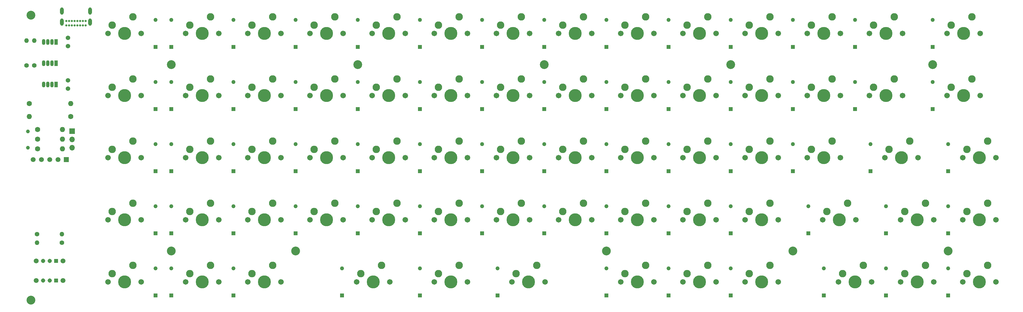
<source format=gbs>
%TF.GenerationSoftware,KiCad,Pcbnew,(6.0.2)*%
%TF.CreationDate,2022-07-07T00:18:28-06:00*%
%TF.ProjectId,Uniform,556e6966-6f72-46d2-9e6b-696361645f70,rev?*%
%TF.SameCoordinates,Original*%
%TF.FileFunction,Soldermask,Bot*%
%TF.FilePolarity,Negative*%
%FSLAX46Y46*%
G04 Gerber Fmt 4.6, Leading zero omitted, Abs format (unit mm)*
G04 Created by KiCad (PCBNEW (6.0.2)) date 2022-07-07 00:18:28*
%MOMM*%
%LPD*%
G01*
G04 APERTURE LIST*
%ADD10O,1.700000X1.700000*%
%ADD11R,1.700000X1.700000*%
%ADD12C,1.371600*%
%ADD13O,1.600000X1.600000*%
%ADD14C,1.600000*%
%ADD15C,1.150000*%
%ADD16C,1.508000*%
%ADD17R,1.508000X1.508000*%
%ADD18R,1.238000X1.238000*%
%ADD19C,1.238000*%
%ADD20C,2.286000*%
%ADD21C,3.987800*%
%ADD22C,1.701800*%
%ADD23O,1.400000X1.400000*%
%ADD24C,1.400000*%
%ADD25C,1.308000*%
%ADD26R,1.308000X1.308000*%
%ADD27C,1.500000*%
%ADD28C,2.700000*%
%ADD29O,1.070000X1.800000*%
%ADD30R,1.070000X1.800000*%
%ADD31C,0.650000*%
%ADD32O,1.108000X2.216000*%
G04 APERTURE END LIST*
D10*
%TO.C,L4*%
X55387500Y-149380000D03*
X55387500Y-146840000D03*
D11*
X55387500Y-144300000D03*
%TD*%
D12*
%TO.C,C1*%
X54075000Y-118175000D03*
X54075000Y-115675000D03*
%TD*%
%TO.C,C2*%
X54075000Y-128715650D03*
X54075000Y-131215650D03*
%TD*%
D13*
%TO.C,C3*%
X52385000Y-143725000D03*
D14*
X44765000Y-143725000D03*
%TD*%
%TO.C,C4*%
X44765000Y-146725000D03*
D13*
X52385000Y-146725000D03*
%TD*%
D14*
%TO.C,C5*%
X44765000Y-149725000D03*
D13*
X52385000Y-149725000D03*
%TD*%
D15*
%TO.C,C6*%
X41775000Y-149325000D03*
X41775000Y-144325000D03*
%TD*%
D16*
%TO.C,SWD1*%
X43427500Y-153000000D03*
X45967500Y-153000000D03*
X48507500Y-153000000D03*
X51047500Y-153000000D03*
D17*
X53587500Y-153000000D03*
%TD*%
D18*
%TO.C,D_0_0*%
X80962500Y-118446000D03*
D19*
X80962500Y-110154000D03*
%TD*%
D18*
%TO.C,D_0_1*%
X85725000Y-118446000D03*
D19*
X85725000Y-110154000D03*
%TD*%
D18*
%TO.C,D_0_2*%
X104775000Y-118446000D03*
D19*
X104775000Y-110154000D03*
%TD*%
D18*
%TO.C,D_0_3*%
X123825000Y-118446000D03*
D19*
X123825000Y-110154000D03*
%TD*%
D18*
%TO.C,D_0_4*%
X142875000Y-118446000D03*
D19*
X142875000Y-110154000D03*
%TD*%
D18*
%TO.C,D_0_5*%
X161925000Y-118446000D03*
D19*
X161925000Y-110154000D03*
%TD*%
D18*
%TO.C,D_0_6*%
X180975000Y-118446000D03*
D19*
X180975000Y-110154000D03*
%TD*%
D18*
%TO.C,D_0_7*%
X200025000Y-118446000D03*
D19*
X200025000Y-110154000D03*
%TD*%
D18*
%TO.C,D_0_8*%
X219075000Y-118446000D03*
D19*
X219075000Y-110154000D03*
%TD*%
D18*
%TO.C,D_0_9*%
X238125000Y-118446000D03*
D19*
X238125000Y-110154000D03*
%TD*%
D18*
%TO.C,D_0_10*%
X257175000Y-118446000D03*
D19*
X257175000Y-110154000D03*
%TD*%
D18*
%TO.C,D_0_11*%
X276225000Y-118446000D03*
D19*
X276225000Y-110154000D03*
%TD*%
D18*
%TO.C,D_0_12*%
X295275000Y-118446000D03*
D19*
X295275000Y-110154000D03*
%TD*%
D18*
%TO.C,D_0_13*%
X319087500Y-118446000D03*
D19*
X319087500Y-110154000D03*
%TD*%
D18*
%TO.C,D_1_0*%
X80962500Y-137496000D03*
D19*
X80962500Y-129204000D03*
%TD*%
D18*
%TO.C,D_1_1*%
X85725000Y-137496000D03*
D19*
X85725000Y-129204000D03*
%TD*%
D18*
%TO.C,D_1_2*%
X104775000Y-137496000D03*
D19*
X104775000Y-129204000D03*
%TD*%
D18*
%TO.C,D_1_3*%
X123825000Y-137496000D03*
D19*
X123825000Y-129204000D03*
%TD*%
D18*
%TO.C,D_1_4*%
X142875000Y-137496000D03*
D19*
X142875000Y-129204000D03*
%TD*%
D18*
%TO.C,D_1_5*%
X161925000Y-137496000D03*
D19*
X161925000Y-129204000D03*
%TD*%
D18*
%TO.C,D_1_6*%
X180975000Y-137496000D03*
D19*
X180975000Y-129204000D03*
%TD*%
D18*
%TO.C,D_1_7*%
X200025000Y-137496000D03*
D19*
X200025000Y-129204000D03*
%TD*%
D18*
%TO.C,D_1_8*%
X219075000Y-137496000D03*
D19*
X219075000Y-129204000D03*
%TD*%
D18*
%TO.C,D_1_9*%
X238125000Y-137496000D03*
D19*
X238125000Y-129204000D03*
%TD*%
D18*
%TO.C,D_1_10*%
X257175000Y-137496000D03*
D19*
X257175000Y-129204000D03*
%TD*%
D18*
%TO.C,D_1_11*%
X276225000Y-137496000D03*
D19*
X276225000Y-129204000D03*
%TD*%
D18*
%TO.C,D_1_12*%
X295275000Y-137496000D03*
D19*
X295275000Y-129204000D03*
%TD*%
D18*
%TO.C,D_1_13*%
X319087500Y-137496000D03*
D19*
X319087500Y-129204000D03*
%TD*%
D18*
%TO.C,D_2_0*%
X80962500Y-156546000D03*
D19*
X80962500Y-148254000D03*
%TD*%
D18*
%TO.C,D_2_1*%
X85725000Y-156546000D03*
D19*
X85725000Y-148254000D03*
%TD*%
D18*
%TO.C,D_2_2*%
X104775000Y-156546000D03*
D19*
X104775000Y-148254000D03*
%TD*%
D18*
%TO.C,D_2_3*%
X123825000Y-156546000D03*
D19*
X123825000Y-148254000D03*
%TD*%
D18*
%TO.C,D_2_4*%
X142875000Y-156546000D03*
D19*
X142875000Y-148254000D03*
%TD*%
D18*
%TO.C,D_2_5*%
X161925000Y-156546000D03*
D19*
X161925000Y-148254000D03*
%TD*%
D18*
%TO.C,D_2_6*%
X180975000Y-156546000D03*
D19*
X180975000Y-148254000D03*
%TD*%
D18*
%TO.C,D_2_7*%
X200025000Y-156546000D03*
D19*
X200025000Y-148254000D03*
%TD*%
D18*
%TO.C,D_2_8*%
X219075000Y-156546000D03*
D19*
X219075000Y-148254000D03*
%TD*%
D18*
%TO.C,D_2_9*%
X238125000Y-156546000D03*
D19*
X238125000Y-148254000D03*
%TD*%
D18*
%TO.C,D_2_10*%
X257175000Y-156546000D03*
D19*
X257175000Y-148254000D03*
%TD*%
D18*
%TO.C,D_2_11*%
X276225000Y-156546000D03*
D19*
X276225000Y-148254000D03*
%TD*%
D18*
%TO.C,D_2_12*%
X300037500Y-156546000D03*
D19*
X300037500Y-148254000D03*
%TD*%
D18*
%TO.C,D_2_13*%
X323850000Y-156546000D03*
D19*
X323850000Y-148254000D03*
%TD*%
D18*
%TO.C,D_3_0*%
X80962500Y-175596000D03*
D19*
X80962500Y-167304000D03*
%TD*%
D18*
%TO.C,D_3_1*%
X85725000Y-175596000D03*
D19*
X85725000Y-167304000D03*
%TD*%
D18*
%TO.C,D_3_2*%
X104775000Y-175596000D03*
D19*
X104775000Y-167304000D03*
%TD*%
D18*
%TO.C,D_3_3*%
X123825000Y-175596000D03*
D19*
X123825000Y-167304000D03*
%TD*%
D18*
%TO.C,D_3_4*%
X142875000Y-175596000D03*
D19*
X142875000Y-167304000D03*
%TD*%
D18*
%TO.C,D_3_5*%
X161925000Y-175596000D03*
D19*
X161925000Y-167304000D03*
%TD*%
D18*
%TO.C,D_3_6*%
X180975000Y-175596000D03*
D19*
X180975000Y-167304000D03*
%TD*%
D18*
%TO.C,D_3_7*%
X200025000Y-175596000D03*
D19*
X200025000Y-167304000D03*
%TD*%
D18*
%TO.C,D_3_8*%
X219075000Y-175596000D03*
D19*
X219075000Y-167304000D03*
%TD*%
D18*
%TO.C,D_3_9*%
X238125000Y-175596000D03*
D19*
X238125000Y-167304000D03*
%TD*%
D18*
%TO.C,D_3_10*%
X257175000Y-175596000D03*
D19*
X257175000Y-167304000D03*
%TD*%
D18*
%TO.C,D_3_11*%
X280987500Y-175596000D03*
D19*
X280987500Y-167304000D03*
%TD*%
D18*
%TO.C,D_3_12*%
X304800000Y-175596000D03*
D19*
X304800000Y-167304000D03*
%TD*%
D18*
%TO.C,D_3_13*%
X323850000Y-175596000D03*
D19*
X323850000Y-167304000D03*
%TD*%
D18*
%TO.C,D_4_0*%
X80962500Y-194646000D03*
D19*
X80962500Y-186354000D03*
%TD*%
D18*
%TO.C,D_4_1*%
X85725000Y-194646000D03*
D19*
X85725000Y-186354000D03*
%TD*%
D18*
%TO.C,D_4_2*%
X104775000Y-194646000D03*
D19*
X104775000Y-186354000D03*
%TD*%
D18*
%TO.C,D_4_4*%
X138112500Y-194646000D03*
D19*
X138112500Y-186354000D03*
%TD*%
D18*
%TO.C,D_4_5*%
X161925000Y-194646000D03*
D19*
X161925000Y-186354000D03*
%TD*%
D18*
%TO.C,D_4_6*%
X185737500Y-194646000D03*
D19*
X185737500Y-186354000D03*
%TD*%
D18*
%TO.C,D_4_8*%
X219075000Y-194646000D03*
D19*
X219075000Y-186354000D03*
%TD*%
D18*
%TO.C,D_4_9*%
X238125000Y-194646000D03*
D19*
X238125000Y-186354000D03*
%TD*%
D18*
%TO.C,D_4_10*%
X257175000Y-194646000D03*
D19*
X257175000Y-186354000D03*
%TD*%
D18*
%TO.C,D_4_11*%
X285750000Y-194646000D03*
D19*
X285750000Y-186354000D03*
%TD*%
D18*
%TO.C,D_4_12*%
X304800000Y-194646000D03*
D19*
X304800000Y-186354000D03*
%TD*%
D18*
%TO.C,D_4_13*%
X323850000Y-194646000D03*
D19*
X323850000Y-186354000D03*
%TD*%
D20*
%TO.C,K_0_0*%
X67627500Y-111760000D03*
X73977500Y-109220000D03*
D21*
X71437500Y-114300000D03*
D22*
X66357500Y-114300000D03*
X76517500Y-114300000D03*
%TD*%
D20*
%TO.C,K_0_1*%
X91440000Y-111760000D03*
X97790000Y-109220000D03*
D22*
X100330000Y-114300000D03*
D21*
X95250000Y-114300000D03*
D22*
X90170000Y-114300000D03*
%TD*%
D20*
%TO.C,K_0_2*%
X110490000Y-111760000D03*
X116840000Y-109220000D03*
D22*
X119380000Y-114300000D03*
D21*
X114300000Y-114300000D03*
D22*
X109220000Y-114300000D03*
%TD*%
D20*
%TO.C,K_0_3*%
X129540000Y-111760000D03*
X135890000Y-109220000D03*
D21*
X133350000Y-114300000D03*
D22*
X138430000Y-114300000D03*
X128270000Y-114300000D03*
%TD*%
D20*
%TO.C,K_0_4*%
X148590000Y-111760000D03*
X154940000Y-109220000D03*
D22*
X157480000Y-114300000D03*
D21*
X152400000Y-114300000D03*
D22*
X147320000Y-114300000D03*
%TD*%
D20*
%TO.C,K_0_5*%
X167640000Y-111760000D03*
X173990000Y-109220000D03*
D21*
X171450000Y-114300000D03*
D22*
X166370000Y-114300000D03*
X176530000Y-114300000D03*
%TD*%
D20*
%TO.C,K_0_6*%
X186690000Y-111760000D03*
X193040000Y-109220000D03*
D22*
X195580000Y-114300000D03*
X185420000Y-114300000D03*
D21*
X190500000Y-114300000D03*
%TD*%
D20*
%TO.C,K_0_7*%
X205740000Y-111760000D03*
X212090000Y-109220000D03*
D22*
X204470000Y-114300000D03*
D21*
X209550000Y-114300000D03*
D22*
X214630000Y-114300000D03*
%TD*%
D20*
%TO.C,K_0_8*%
X224790000Y-111760000D03*
X231140000Y-109220000D03*
D22*
X223520000Y-114300000D03*
D21*
X228600000Y-114300000D03*
D22*
X233680000Y-114300000D03*
%TD*%
D20*
%TO.C,K_0_9*%
X243840000Y-111760000D03*
X250190000Y-109220000D03*
D22*
X252730000Y-114300000D03*
X242570000Y-114300000D03*
D21*
X247650000Y-114300000D03*
%TD*%
D20*
%TO.C,K_0_10*%
X262890000Y-111760000D03*
X269240000Y-109220000D03*
D21*
X266700000Y-114300000D03*
D22*
X271780000Y-114300000D03*
X261620000Y-114300000D03*
%TD*%
D20*
%TO.C,K_0_11*%
X281940000Y-111760000D03*
X288290000Y-109220000D03*
D22*
X280670000Y-114300000D03*
X290830000Y-114300000D03*
D21*
X285750000Y-114300000D03*
%TD*%
D20*
%TO.C,K_0_12*%
X300990000Y-111760000D03*
X307340000Y-109220000D03*
D21*
X304800000Y-114300000D03*
D22*
X309880000Y-114300000D03*
X299720000Y-114300000D03*
%TD*%
D20*
%TO.C,K_0_13*%
X324802500Y-111760000D03*
X331152500Y-109220000D03*
D22*
X323532500Y-114300000D03*
X333692500Y-114300000D03*
D21*
X328612500Y-114300000D03*
%TD*%
D20*
%TO.C,K_1_0*%
X67627500Y-130810000D03*
X73977500Y-128270000D03*
D22*
X76517500Y-133350000D03*
D21*
X71437500Y-133350000D03*
D22*
X66357500Y-133350000D03*
%TD*%
D20*
%TO.C,K_1_1*%
X91440000Y-130810000D03*
X97790000Y-128270000D03*
D21*
X95250000Y-133350000D03*
D22*
X100330000Y-133350000D03*
X90170000Y-133350000D03*
%TD*%
D20*
%TO.C,K_1_2*%
X110490000Y-130810000D03*
X116840000Y-128270000D03*
D21*
X114300000Y-133350000D03*
D22*
X119380000Y-133350000D03*
X109220000Y-133350000D03*
%TD*%
D20*
%TO.C,K_1_3*%
X129540000Y-130810000D03*
X135890000Y-128270000D03*
D22*
X138430000Y-133350000D03*
D21*
X133350000Y-133350000D03*
D22*
X128270000Y-133350000D03*
%TD*%
D20*
%TO.C,K_1_4*%
X148590000Y-130810000D03*
X154940000Y-128270000D03*
D22*
X147320000Y-133350000D03*
D21*
X152400000Y-133350000D03*
D22*
X157480000Y-133350000D03*
%TD*%
D20*
%TO.C,K_1_5*%
X167640000Y-130810000D03*
X173990000Y-128270000D03*
D21*
X171450000Y-133350000D03*
D22*
X166370000Y-133350000D03*
X176530000Y-133350000D03*
%TD*%
D20*
%TO.C,K_1_6*%
X186690000Y-130810000D03*
X193040000Y-128270000D03*
D22*
X195580000Y-133350000D03*
X185420000Y-133350000D03*
D21*
X190500000Y-133350000D03*
%TD*%
D20*
%TO.C,K_1_7*%
X205740000Y-130810000D03*
X212090000Y-128270000D03*
D22*
X204470000Y-133350000D03*
X214630000Y-133350000D03*
D21*
X209550000Y-133350000D03*
%TD*%
D20*
%TO.C,K_1_8*%
X224790000Y-130810000D03*
X231140000Y-128270000D03*
D21*
X228600000Y-133350000D03*
D22*
X223520000Y-133350000D03*
X233680000Y-133350000D03*
%TD*%
D20*
%TO.C,K_1_9*%
X243840000Y-130810000D03*
X250190000Y-128270000D03*
D22*
X252730000Y-133350000D03*
D21*
X247650000Y-133350000D03*
D22*
X242570000Y-133350000D03*
%TD*%
D20*
%TO.C,K_1_10*%
X262890000Y-130810000D03*
X269240000Y-128270000D03*
D22*
X261620000Y-133350000D03*
D21*
X266700000Y-133350000D03*
D22*
X271780000Y-133350000D03*
%TD*%
D20*
%TO.C,K_1_11*%
X281940000Y-130810000D03*
X288290000Y-128270000D03*
D22*
X290830000Y-133350000D03*
X280670000Y-133350000D03*
D21*
X285750000Y-133350000D03*
%TD*%
D20*
%TO.C,K_1_12*%
X300990000Y-130810000D03*
X307340000Y-128270000D03*
D21*
X304800000Y-133350000D03*
D22*
X299720000Y-133350000D03*
X309880000Y-133350000D03*
%TD*%
D20*
%TO.C,K_1_13*%
X324802500Y-130810000D03*
X331152500Y-128270000D03*
D22*
X333692500Y-133350000D03*
D21*
X328612500Y-133350000D03*
D22*
X323532500Y-133350000D03*
%TD*%
D20*
%TO.C,K_2_0*%
X67627500Y-149860000D03*
X73977500Y-147320000D03*
D22*
X66357500Y-152400000D03*
D21*
X71437500Y-152400000D03*
D22*
X76517500Y-152400000D03*
%TD*%
D20*
%TO.C,K_2_1*%
X91440000Y-149860000D03*
X97790000Y-147320000D03*
D21*
X95250000Y-152400000D03*
D22*
X100330000Y-152400000D03*
X90170000Y-152400000D03*
%TD*%
D20*
%TO.C,K_2_2*%
X110490000Y-149860000D03*
X116840000Y-147320000D03*
D21*
X114300000Y-152400000D03*
D22*
X119380000Y-152400000D03*
X109220000Y-152400000D03*
%TD*%
D20*
%TO.C,K_2_3*%
X129540000Y-149860000D03*
X135890000Y-147320000D03*
D21*
X133350000Y-152400000D03*
D22*
X138430000Y-152400000D03*
X128270000Y-152400000D03*
%TD*%
D20*
%TO.C,K_2_4*%
X148590000Y-149860000D03*
X154940000Y-147320000D03*
D22*
X157480000Y-152400000D03*
X147320000Y-152400000D03*
D21*
X152400000Y-152400000D03*
%TD*%
D20*
%TO.C,K_2_5*%
X167640000Y-149860000D03*
X173990000Y-147320000D03*
D22*
X176530000Y-152400000D03*
X166370000Y-152400000D03*
D21*
X171450000Y-152400000D03*
%TD*%
D20*
%TO.C,K_2_6*%
X186690000Y-149860000D03*
X193040000Y-147320000D03*
D22*
X195580000Y-152400000D03*
X185420000Y-152400000D03*
D21*
X190500000Y-152400000D03*
%TD*%
D20*
%TO.C,K_2_7*%
X205740000Y-149860000D03*
X212090000Y-147320000D03*
D21*
X209550000Y-152400000D03*
D22*
X214630000Y-152400000D03*
X204470000Y-152400000D03*
%TD*%
D20*
%TO.C,K_2_8*%
X224790000Y-149860000D03*
X231140000Y-147320000D03*
D21*
X228600000Y-152400000D03*
D22*
X233680000Y-152400000D03*
X223520000Y-152400000D03*
%TD*%
D20*
%TO.C,K_2_9*%
X243840000Y-149860000D03*
X250190000Y-147320000D03*
D22*
X252730000Y-152400000D03*
D21*
X247650000Y-152400000D03*
D22*
X242570000Y-152400000D03*
%TD*%
D20*
%TO.C,K_2_10*%
X262890000Y-149860000D03*
X269240000Y-147320000D03*
D22*
X261620000Y-152400000D03*
D21*
X266700000Y-152400000D03*
D22*
X271780000Y-152400000D03*
%TD*%
D20*
%TO.C,K_2_11*%
X281940000Y-149860000D03*
X288290000Y-147320000D03*
D22*
X280670000Y-152400000D03*
X290830000Y-152400000D03*
D21*
X285750000Y-152400000D03*
%TD*%
D20*
%TO.C,K_2_12*%
X305752500Y-149860000D03*
X312102500Y-147320000D03*
D22*
X304482500Y-152400000D03*
X314642500Y-152400000D03*
D21*
X309562500Y-152400000D03*
%TD*%
D20*
%TO.C,K_2_13*%
X329565000Y-149860000D03*
X335915000Y-147320000D03*
D22*
X328295000Y-152400000D03*
D21*
X333375000Y-152400000D03*
D22*
X338455000Y-152400000D03*
%TD*%
D20*
%TO.C,K_3_0*%
X67627500Y-168910000D03*
X73977500Y-166370000D03*
D22*
X66357500Y-171450000D03*
X76517500Y-171450000D03*
D21*
X71437500Y-171450000D03*
%TD*%
D20*
%TO.C,K_3_1*%
X91440000Y-168910000D03*
X97790000Y-166370000D03*
D22*
X90170000Y-171450000D03*
D21*
X95250000Y-171450000D03*
D22*
X100330000Y-171450000D03*
%TD*%
D20*
%TO.C,K_3_2*%
X110490000Y-168910000D03*
X116840000Y-166370000D03*
D22*
X119380000Y-171450000D03*
X109220000Y-171450000D03*
D21*
X114300000Y-171450000D03*
%TD*%
D20*
%TO.C,K_3_3*%
X129540000Y-168910000D03*
X135890000Y-166370000D03*
D22*
X138430000Y-171450000D03*
X128270000Y-171450000D03*
D21*
X133350000Y-171450000D03*
%TD*%
D20*
%TO.C,K_3_4*%
X148590000Y-168910000D03*
X154940000Y-166370000D03*
D21*
X152400000Y-171450000D03*
D22*
X157480000Y-171450000D03*
X147320000Y-171450000D03*
%TD*%
D20*
%TO.C,K_3_5*%
X167640000Y-168910000D03*
X173990000Y-166370000D03*
D22*
X166370000Y-171450000D03*
X176530000Y-171450000D03*
D21*
X171450000Y-171450000D03*
%TD*%
D20*
%TO.C,K_3_6*%
X186690000Y-168910000D03*
X193040000Y-166370000D03*
D22*
X195580000Y-171450000D03*
X185420000Y-171450000D03*
D21*
X190500000Y-171450000D03*
%TD*%
D20*
%TO.C,K_3_7*%
X205740000Y-168910000D03*
X212090000Y-166370000D03*
D22*
X214630000Y-171450000D03*
D21*
X209550000Y-171450000D03*
D22*
X204470000Y-171450000D03*
%TD*%
D20*
%TO.C,K_3_8*%
X224790000Y-168910000D03*
X231140000Y-166370000D03*
D21*
X228600000Y-171450000D03*
D22*
X233680000Y-171450000D03*
X223520000Y-171450000D03*
%TD*%
D20*
%TO.C,K_3_9*%
X243840000Y-168910000D03*
X250190000Y-166370000D03*
D21*
X247650000Y-171450000D03*
D22*
X242570000Y-171450000D03*
X252730000Y-171450000D03*
%TD*%
D20*
%TO.C,K_3_10*%
X262890000Y-168910000D03*
X269240000Y-166370000D03*
D22*
X261620000Y-171450000D03*
X271780000Y-171450000D03*
D21*
X266700000Y-171450000D03*
%TD*%
D20*
%TO.C,K_3_11*%
X286702500Y-168910000D03*
X293052500Y-166370000D03*
D22*
X295592500Y-171450000D03*
X285432500Y-171450000D03*
D21*
X290512500Y-171450000D03*
%TD*%
D20*
%TO.C,K_3_12*%
X310515000Y-168910000D03*
X316865000Y-166370000D03*
D22*
X309245000Y-171450000D03*
X319405000Y-171450000D03*
D21*
X314325000Y-171450000D03*
%TD*%
D20*
%TO.C,K_3_13*%
X329565000Y-168910000D03*
X335915000Y-166370000D03*
D22*
X328295000Y-171450000D03*
X338455000Y-171450000D03*
D21*
X333375000Y-171450000D03*
%TD*%
D20*
%TO.C,K_4_0*%
X67627500Y-187960000D03*
X73977500Y-185420000D03*
D22*
X76517500Y-190500000D03*
X66357500Y-190500000D03*
D21*
X71437500Y-190500000D03*
%TD*%
D20*
%TO.C,K_4_1*%
X91440000Y-187960000D03*
X97790000Y-185420000D03*
D22*
X90170000Y-190500000D03*
D21*
X95250000Y-190500000D03*
D22*
X100330000Y-190500000D03*
%TD*%
D20*
%TO.C,K_4_2*%
X110490000Y-187960000D03*
X116840000Y-185420000D03*
D21*
X114300000Y-190500000D03*
D22*
X109220000Y-190500000D03*
X119380000Y-190500000D03*
%TD*%
D20*
%TO.C,K_4_4*%
X143827500Y-187960000D03*
X150177500Y-185420000D03*
D21*
X147637500Y-190500000D03*
D22*
X142557500Y-190500000D03*
X152717500Y-190500000D03*
%TD*%
D20*
%TO.C,K_4_5*%
X167640000Y-187960000D03*
X173990000Y-185420000D03*
D21*
X171450000Y-190500000D03*
D22*
X166370000Y-190500000D03*
X176530000Y-190500000D03*
%TD*%
D20*
%TO.C,K_4_6*%
X191452500Y-187960000D03*
X197802500Y-185420000D03*
D22*
X200342500Y-190500000D03*
D21*
X195262500Y-190500000D03*
D22*
X190182500Y-190500000D03*
%TD*%
D20*
%TO.C,K_4_8*%
X224790000Y-187960000D03*
X231140000Y-185420000D03*
D22*
X233680000Y-190500000D03*
X223520000Y-190500000D03*
D21*
X228600000Y-190500000D03*
%TD*%
D20*
%TO.C,K_4_9*%
X243840000Y-187960000D03*
X250190000Y-185420000D03*
D21*
X247650000Y-190500000D03*
D22*
X242570000Y-190500000D03*
X252730000Y-190500000D03*
%TD*%
D20*
%TO.C,K_4_10*%
X262890000Y-187960000D03*
X269240000Y-185420000D03*
D22*
X271780000Y-190500000D03*
X261620000Y-190500000D03*
D21*
X266700000Y-190500000D03*
%TD*%
D20*
%TO.C,K_4_11*%
X291465000Y-187960000D03*
X297815000Y-185420000D03*
D22*
X290195000Y-190500000D03*
X300355000Y-190500000D03*
D21*
X295275000Y-190500000D03*
%TD*%
D20*
%TO.C,K_4_12*%
X310515000Y-187960000D03*
X316865000Y-185420000D03*
D21*
X314325000Y-190500000D03*
D22*
X309245000Y-190500000D03*
X319405000Y-190500000D03*
%TD*%
D20*
%TO.C,K_4_13*%
X329565000Y-187960000D03*
X335915000Y-185420000D03*
D22*
X328295000Y-190500000D03*
D21*
X333375000Y-190500000D03*
D22*
X338455000Y-190500000D03*
%TD*%
D23*
%TO.C,R1*%
X41425000Y-116515000D03*
D24*
X41425000Y-124135000D03*
%TD*%
%TO.C,R4*%
X52260000Y-178500000D03*
D23*
X44640000Y-178500000D03*
%TD*%
%TO.C,R2*%
X43775000Y-116515000D03*
D24*
X43775000Y-124135000D03*
%TD*%
%TO.C,R3*%
X44640000Y-175825000D03*
D23*
X52260000Y-175825000D03*
%TD*%
D14*
%TO.C,R6*%
X54925000Y-139825000D03*
D13*
X42225000Y-139825000D03*
%TD*%
%TO.C,R5*%
X54925000Y-135825000D03*
D14*
X42225000Y-135825000D03*
%TD*%
D25*
%TO.C,S1*%
X46462500Y-184075000D03*
X48462500Y-184075000D03*
D26*
X50462500Y-184075000D03*
D27*
X44362500Y-184075000D03*
X52562500Y-184075000D03*
%TD*%
D25*
%TO.C,S2*%
X46462500Y-190075000D03*
X48462500Y-190075000D03*
D26*
X50462500Y-190075000D03*
D27*
X44362500Y-190075000D03*
X52562500Y-190075000D03*
%TD*%
D28*
%TO.C,EM1*%
X42775000Y-108700000D03*
%TD*%
%TO.C,EM2*%
X42775000Y-196100000D03*
%TD*%
%TO.C,M6*%
X85725000Y-180975000D03*
%TD*%
%TO.C,M4*%
X257175000Y-123825000D03*
%TD*%
%TO.C,M9*%
X276225000Y-180975000D03*
%TD*%
%TO.C,M3*%
X200025000Y-123825000D03*
%TD*%
D29*
%TO.C,L2*%
X46665000Y-123425000D03*
X47935000Y-123425000D03*
X49205000Y-123425000D03*
D30*
X50475000Y-123425000D03*
%TD*%
%TO.C,L1*%
X50475000Y-129925000D03*
D29*
X49205000Y-129925000D03*
X47935000Y-129925000D03*
X46665000Y-129925000D03*
%TD*%
D28*
%TO.C,M5*%
X319087500Y-123825000D03*
%TD*%
%TO.C,M1*%
X85725000Y-123825000D03*
%TD*%
%TO.C,M7*%
X123825000Y-180975000D03*
%TD*%
%TO.C,M8*%
X219075000Y-180975000D03*
%TD*%
%TO.C,M10*%
X323850000Y-180975000D03*
%TD*%
D30*
%TO.C,L3*%
X50475000Y-116925000D03*
D29*
X49205000Y-116925000D03*
X47935000Y-116925000D03*
X46665000Y-116925000D03*
%TD*%
D28*
%TO.C,M2*%
X142875000Y-123825000D03*
%TD*%
D31*
%TO.C,USBC1*%
X53550000Y-111825000D03*
X54400000Y-111825000D03*
X55250000Y-111825000D03*
X56100000Y-111825000D03*
X56950000Y-111825000D03*
X57800000Y-111825000D03*
X58650000Y-111825000D03*
X59500000Y-111825000D03*
X59500000Y-110475000D03*
X58650000Y-110475000D03*
X57800000Y-110475000D03*
X56950000Y-110475000D03*
X56100000Y-110475000D03*
X55250000Y-110475000D03*
X54400000Y-110475000D03*
X53550000Y-110475000D03*
D32*
X52200000Y-110845000D03*
X60850000Y-110845000D03*
X60850000Y-107465000D03*
X52200000Y-107465000D03*
%TD*%
M02*

</source>
